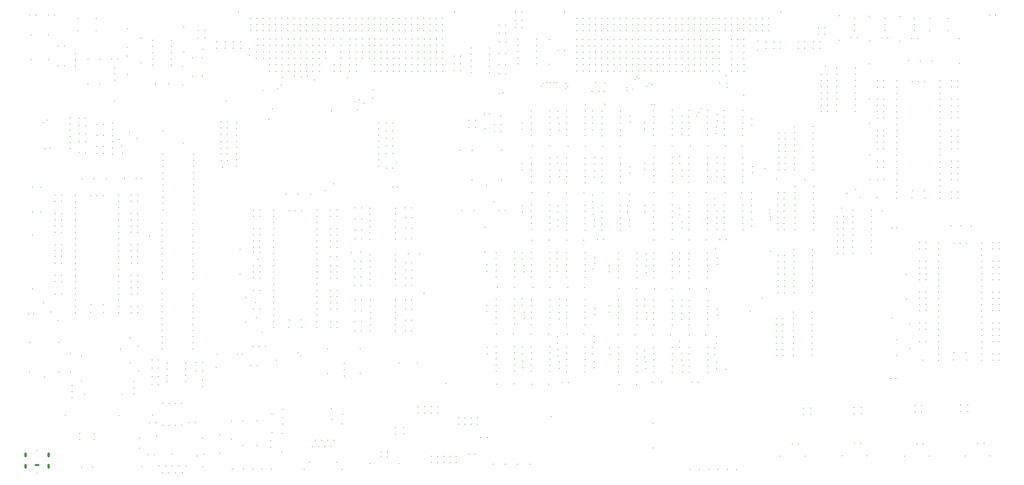
<source format=gbo>
%TF.GenerationSoftware,KiCad,Pcbnew,7.0.5*%
%TF.CreationDate,2025-02-05T20:13:33-05:00*%
%TF.ProjectId,Interconnect,496e7465-7263-46f6-9e6e-6563742e6b69,1.1*%
%TF.SameCoordinates,Original*%
%TF.FileFunction,Legend,Bot*%
%TF.FilePolarity,Positive*%
%FSLAX46Y46*%
G04 Gerber Fmt 4.6, Leading zero omitted, Abs format (unit mm)*
G04 Created by KiCad (PCBNEW 7.0.5) date 2025-02-05 20:13:33*
%MOMM*%
%LPD*%
G01*
G04 APERTURE LIST*
%ADD10C,0.120000*%
%ADD11C,0.350000*%
%ADD12O,2.005555X0.800000*%
%ADD13O,1.000000X2.000000*%
G04 APERTURE END LIST*
D10*
%TO.C,J23*%
X100461100Y-213433000D02*
G75*
G03*
X100461100Y-213433000I-381000J0D01*
G01*
%TD*%
D11*
X24979400Y-81472535D03*
X23709400Y-70042535D03*
X54737000Y-83568135D03*
X60706000Y-77599135D03*
X85343482Y-207998000D03*
X207350000Y-103650000D03*
X93750000Y-166210000D03*
X133477000Y-53469135D03*
X130683000Y-51691135D03*
X137895600Y-98933000D03*
X128143000Y-52199135D03*
X120523000Y-52453135D03*
X119998818Y-55517317D03*
X118370000Y-57030000D03*
X22947400Y-81726535D03*
X22128848Y-71115087D03*
X57531000Y-75059135D03*
X53213000Y-77980135D03*
X271145000Y-54739135D03*
X291465000Y-66804135D03*
X303149000Y-56517135D03*
X147193000Y-52707135D03*
X273431000Y-63681124D03*
X150000000Y-62480000D03*
X151230000Y-65780000D03*
X236855000Y-57152135D03*
X152070000Y-61640000D03*
X244983000Y-63629135D03*
X153970000Y-63150000D03*
X252984000Y-63502135D03*
X266954000Y-52961135D03*
X272288000Y-55374135D03*
X290703000Y-68201135D03*
X300101000Y-54866135D03*
X230505000Y-54612135D03*
X252857000Y-54866135D03*
X264287000Y-57279135D03*
X270200000Y-56150000D03*
X303022000Y-54739135D03*
X292481000Y-65280135D03*
X272299980Y-63681124D03*
X229235000Y-54358135D03*
X249174000Y-54485135D03*
X310007000Y-59692135D03*
X157669500Y-57560000D03*
X157590000Y-60970000D03*
X265303000Y-53342135D03*
X114910000Y-69690000D03*
X53980000Y-164050000D03*
X141550000Y-96150000D03*
X79630000Y-79390000D03*
X126847600Y-165582600D03*
X128092200Y-166979600D03*
X75044000Y-207294000D03*
X67932000Y-207548000D03*
X68694000Y-199928000D03*
X226822000Y-56009135D03*
X227457000Y-54993135D03*
X237617000Y-56263135D03*
X232029000Y-54612135D03*
X236855000Y-54866135D03*
X233299000Y-54485135D03*
X266192000Y-52199135D03*
X247650000Y-58170155D03*
X262088469Y-56644135D03*
X250571000Y-58170155D03*
X320931020Y-123954135D03*
X248158000Y-131193135D03*
X320675000Y-108333135D03*
X318643000Y-89918135D03*
X320929000Y-109730135D03*
X323469000Y-94236135D03*
X320931020Y-111000135D03*
X211074000Y-58803135D03*
X209550000Y-59184135D03*
X335155020Y-94490135D03*
X320681167Y-106802968D03*
X317754000Y-143004135D03*
X302768000Y-172341135D03*
X312674000Y-148465135D03*
X298323000Y-122684135D03*
X262088469Y-57787135D03*
X252730000Y-58170155D03*
X125349000Y-51945135D03*
X95780000Y-89500000D03*
X54356000Y-80520135D03*
X135509000Y-49943135D03*
X135509000Y-47343135D03*
X191830000Y-208197500D03*
X191830000Y-210737500D03*
X189290000Y-208197500D03*
X189290000Y-210737500D03*
X186750000Y-208197500D03*
X186750000Y-210737500D03*
X184210000Y-208197500D03*
X184210000Y-210737500D03*
X181670000Y-208197500D03*
X181670000Y-210737500D03*
X289687000Y-36929135D03*
X289687000Y-39529135D03*
X382270000Y-120319800D03*
X384870000Y-120319800D03*
X327070000Y-80266135D03*
X324470000Y-80266135D03*
X261747000Y-47216135D03*
X261747000Y-49816135D03*
X173609000Y-49943135D03*
X173609000Y-47343135D03*
X383519200Y-168656000D03*
X168529000Y-44609135D03*
X168529000Y-42009135D03*
X142920744Y-147605879D03*
X140320744Y-147605879D03*
X29591000Y-136391135D03*
X26991000Y-136391135D03*
X51580000Y-62120000D03*
X97300000Y-62120000D03*
X398022600Y-66649600D03*
X395422600Y-66649600D03*
X109743744Y-151161879D03*
X355869000Y-66408135D03*
X355869000Y-63868135D03*
X355869000Y-61328135D03*
X355869000Y-58788135D03*
X355869000Y-56248135D03*
X355869000Y-53708135D03*
X355869000Y-51168135D03*
X355869000Y-48628135D03*
X348249000Y-48628135D03*
X348249000Y-51168135D03*
X348249000Y-53708135D03*
X348249000Y-56248135D03*
X348249000Y-58788135D03*
X348249000Y-61328135D03*
X348249000Y-63868135D03*
X348249000Y-66408135D03*
X247777000Y-66169135D03*
X247777000Y-68769135D03*
X264287000Y-47216135D03*
X264287000Y-49816135D03*
X178689000Y-39275135D03*
X178689000Y-36675135D03*
X374142000Y-27434135D03*
X374142000Y-37594135D03*
X284605587Y-36929135D03*
X284605587Y-39529135D03*
X230378000Y-95644895D03*
X230378000Y-93104895D03*
X230378000Y-90564895D03*
X230378000Y-88024895D03*
X230378000Y-85484895D03*
X222758000Y-85484895D03*
X222758000Y-88024895D03*
X222758000Y-90564895D03*
X222758000Y-93104895D03*
X222758000Y-95644895D03*
X218851000Y-25529135D03*
X216251000Y-25529135D03*
X280693300Y-173649895D03*
X280693300Y-171109895D03*
X280693300Y-168569895D03*
X280693300Y-166029895D03*
X280693300Y-163489895D03*
X273073300Y-163489895D03*
X273073300Y-166029895D03*
X273073300Y-168569895D03*
X273073300Y-171109895D03*
X273073300Y-173649895D03*
X50673000Y-71249135D03*
X50673000Y-73789135D03*
X50673000Y-76329135D03*
X50673000Y-78869135D03*
X50673000Y-81409135D03*
X50673000Y-83949135D03*
X101600000Y-71120000D03*
X101600000Y-73660000D03*
X101600000Y-76200000D03*
X101600000Y-78740000D03*
X101600000Y-81280000D03*
X101600000Y-83820000D03*
X101600000Y-86360000D03*
X101600000Y-88900000D03*
X246530190Y-42039135D03*
X246530190Y-44639135D03*
X244856000Y-115129615D03*
X244856000Y-112589615D03*
X244856000Y-110049615D03*
X244856000Y-107509615D03*
X244856000Y-104969615D03*
X237236000Y-104969615D03*
X237236000Y-107509615D03*
X237236000Y-110049615D03*
X237236000Y-112589615D03*
X237236000Y-115129615D03*
X60960000Y-113531135D03*
X58360000Y-113531135D03*
X60960000Y-116080135D03*
X58360000Y-116080135D03*
X234188000Y-171995135D03*
X234188000Y-169395135D03*
X163449000Y-49943135D03*
X163449000Y-47343135D03*
X334531000Y-188369000D03*
X334531000Y-190969000D03*
X142920744Y-109505879D03*
X140320744Y-109505879D03*
X150137278Y-127988880D03*
X152737278Y-127988880D03*
X414969000Y-168656000D03*
X412369000Y-168656000D03*
X272618200Y-158294935D03*
X378236000Y-163830000D03*
X378236000Y-153670000D03*
X73800000Y-55100000D03*
X150391278Y-110652391D03*
X152991278Y-110652391D03*
X246484422Y-36929135D03*
X246484422Y-39529135D03*
X259191477Y-36929135D03*
X259191477Y-39529135D03*
X35407600Y-47828200D03*
X35407600Y-45288200D03*
X35407600Y-42748200D03*
X219187000Y-169141135D03*
X219187000Y-171741135D03*
X307100000Y-213480000D03*
X303290000Y-213480000D03*
X299480000Y-213480000D03*
X295670000Y-213480000D03*
X291860000Y-213480000D03*
X288050000Y-213480000D03*
X197201000Y-70106135D03*
X199801000Y-70106135D03*
X230150000Y-47080000D03*
X230150000Y-36920000D03*
X112649000Y-44609135D03*
X112649000Y-42009135D03*
X265379200Y-158162455D03*
X115189000Y-44609135D03*
X115189000Y-42009135D03*
X289691405Y-42039135D03*
X289691405Y-44639135D03*
X141351000Y-39275135D03*
X141351000Y-36675135D03*
X44293000Y-71868135D03*
X46893000Y-71868135D03*
X40550000Y-45090000D03*
X40550000Y-55250000D03*
X208508600Y-157883055D03*
X109728000Y-44482135D03*
X109728000Y-41882135D03*
X384819200Y-155956000D03*
X382219200Y-155956000D03*
X69499000Y-178691135D03*
X66899000Y-178691135D03*
X79375000Y-48006000D03*
X79375000Y-55626000D03*
X327070000Y-75186135D03*
X324470000Y-75186135D03*
X414969000Y-143256000D03*
X412369000Y-143256000D03*
X368025000Y-33274000D03*
X368025000Y-30734000D03*
X368025000Y-28194000D03*
X178689000Y-44609135D03*
X178689000Y-42009135D03*
X414969000Y-145796000D03*
X412369000Y-145796000D03*
X106807000Y-43212135D03*
X106807000Y-40612135D03*
X326039000Y-166753135D03*
X323439000Y-166753135D03*
X142920744Y-152685879D03*
X140320744Y-152685879D03*
X364942600Y-53848000D03*
X367542600Y-53848000D03*
X256650066Y-36929135D03*
X256650066Y-39529135D03*
X126873000Y-100459135D03*
X252095000Y-99976535D03*
X52680000Y-44930000D03*
X50080000Y-44930000D03*
X26991000Y-133860135D03*
X29591000Y-133860135D03*
X295198800Y-80601415D03*
X361630000Y-61320000D03*
X361630000Y-71480000D03*
X395097000Y-113538000D03*
X173595278Y-131671880D03*
X170995278Y-131671880D03*
X187553600Y-178333400D03*
X176149000Y-39275135D03*
X176149000Y-36675135D03*
X25349200Y-148793200D03*
X219075000Y-105285135D03*
X219075000Y-107885135D03*
X57860000Y-169750000D03*
X57860000Y-159590000D03*
X130429000Y-44609135D03*
X130429000Y-42009135D03*
X222885000Y-178511895D03*
X200533000Y-192377135D03*
X200533000Y-194977135D03*
X326659000Y-109999135D03*
X324059000Y-109999135D03*
X266815710Y-36929135D03*
X266815710Y-39529135D03*
X414969000Y-158496000D03*
X412369000Y-158496000D03*
X295156300Y-95638615D03*
X295156300Y-93098615D03*
X295156300Y-90558615D03*
X295156300Y-88018615D03*
X295156300Y-85478615D03*
X287536300Y-85478615D03*
X287536300Y-88018615D03*
X287536300Y-90558615D03*
X287536300Y-93098615D03*
X287536300Y-95638615D03*
X193548000Y-82425135D03*
X102020401Y-166245135D03*
X104020401Y-166245135D03*
X273227800Y-119249655D03*
X142920744Y-132365879D03*
X140320744Y-132365879D03*
X79880000Y-31830000D03*
X79880000Y-41990000D03*
X244906800Y-80740175D03*
X150261278Y-152817880D03*
X152861278Y-152817880D03*
X310007000Y-42136135D03*
X310007000Y-44736135D03*
X279522765Y-36929135D03*
X279522765Y-39529135D03*
X298846000Y-169454415D03*
X298846000Y-172054415D03*
X110333000Y-127189135D03*
X283718000Y-85080375D03*
X283718000Y-87680375D03*
X248793000Y-126406415D03*
X248793000Y-129006415D03*
X338687830Y-40418135D03*
X338687830Y-37818135D03*
X377672600Y-45491400D03*
X398022600Y-92049600D03*
X395422600Y-92049600D03*
X120250000Y-198800000D03*
X120250000Y-206420000D03*
X150391278Y-118780391D03*
X152991278Y-118780391D03*
X282064176Y-36929135D03*
X282064176Y-39529135D03*
X117980000Y-168620000D03*
X186309000Y-39275135D03*
X186309000Y-36675135D03*
X241477800Y-28145335D03*
X244017800Y-28145335D03*
X246557800Y-28145335D03*
X249097800Y-28145335D03*
X251637800Y-28145335D03*
X254177800Y-28145335D03*
X256717800Y-28145335D03*
X259257800Y-28145335D03*
X261797800Y-28145335D03*
X264337800Y-28145335D03*
X266877800Y-28145335D03*
X269417800Y-28145335D03*
X271957800Y-28145335D03*
X274497800Y-28145335D03*
X277037800Y-28145335D03*
X279577800Y-28145335D03*
X282117800Y-28145335D03*
X284657800Y-28145335D03*
X287197800Y-28145335D03*
X289737800Y-28145335D03*
X292277800Y-28145335D03*
X294817800Y-28145335D03*
X297357800Y-28145335D03*
X299897800Y-28145335D03*
X302437800Y-28145335D03*
X304977800Y-28145335D03*
X307517800Y-28145335D03*
X310057800Y-28145335D03*
X312597800Y-28145335D03*
X315137800Y-28145335D03*
X317677800Y-28145335D03*
X320217800Y-28145335D03*
X241477800Y-30685335D03*
X244017800Y-30685335D03*
X246557800Y-30685335D03*
X249097800Y-30685335D03*
X251637800Y-30685335D03*
X254177800Y-30685335D03*
X256717800Y-30685335D03*
X259257800Y-30685335D03*
X261797800Y-30685335D03*
X264337800Y-30685335D03*
X266877800Y-30685335D03*
X269417800Y-30685335D03*
X271957800Y-30685335D03*
X274497800Y-30685335D03*
X277037800Y-30685335D03*
X279577800Y-30685335D03*
X282117800Y-30685335D03*
X284657800Y-30685335D03*
X287197800Y-30685335D03*
X289737800Y-30685335D03*
X292277800Y-30685335D03*
X294817800Y-30685335D03*
X297357800Y-30685335D03*
X299897800Y-30685335D03*
X302437800Y-30685335D03*
X304977800Y-30685335D03*
X307517800Y-30685335D03*
X310057800Y-30685335D03*
X312597800Y-30685335D03*
X315137800Y-30685335D03*
X317677800Y-30685335D03*
X320217800Y-30685335D03*
X241477800Y-33225335D03*
X244017800Y-33225335D03*
X246557800Y-33225335D03*
X249097800Y-33225335D03*
X251637800Y-33225335D03*
X254177800Y-33225335D03*
X256717800Y-33225335D03*
X259257800Y-33225335D03*
X261797800Y-33225335D03*
X264337800Y-33225335D03*
X266877800Y-33225335D03*
X269417800Y-33225335D03*
X271957800Y-33225335D03*
X274497800Y-33225335D03*
X277037800Y-33225335D03*
X279577800Y-33225335D03*
X282117800Y-33225335D03*
X284657800Y-33225335D03*
X287197800Y-33225335D03*
X289737800Y-33225335D03*
X292277800Y-33225335D03*
X294817800Y-33225335D03*
X297357800Y-33225335D03*
X299897800Y-33225335D03*
X302437800Y-33225335D03*
X304977800Y-33225335D03*
X307517800Y-33225335D03*
X310057800Y-33225335D03*
X312597800Y-33225335D03*
X315137800Y-33225335D03*
X317677800Y-33225335D03*
X320217800Y-33225335D03*
X236397800Y-25605335D03*
X325297800Y-25605335D03*
X248143000Y-108709855D03*
X248143000Y-106109855D03*
X313182000Y-102521135D03*
X313182000Y-99921135D03*
X150261278Y-148372880D03*
X152861278Y-148372880D03*
X204640000Y-200480000D03*
X202040000Y-200480000D03*
X251567244Y-36929135D03*
X251567244Y-39529135D03*
X135509000Y-39275135D03*
X135509000Y-36675135D03*
X367542600Y-81788000D03*
X364942600Y-81788000D03*
X326039000Y-159133135D03*
X323439000Y-159133135D03*
X244871000Y-173451415D03*
X244871000Y-170911415D03*
X244871000Y-168371415D03*
X244871000Y-165831415D03*
X244871000Y-163291415D03*
X237251000Y-163291415D03*
X237251000Y-165831415D03*
X237251000Y-168371415D03*
X237251000Y-170911415D03*
X237251000Y-173451415D03*
X344454000Y-66423135D03*
X341854000Y-66423135D03*
X166898278Y-143927880D03*
X166898278Y-146467880D03*
X166898278Y-149007880D03*
X166898278Y-151547880D03*
X166898278Y-154087880D03*
X166898278Y-156627880D03*
X165989000Y-49943135D03*
X165989000Y-47343135D03*
X142920744Y-134905879D03*
X140320744Y-134905879D03*
X127889000Y-49943135D03*
X127889000Y-47343135D03*
X351043000Y-119748135D03*
X348443000Y-119748135D03*
X261732888Y-36929135D03*
X261732888Y-39529135D03*
X88413482Y-207338000D03*
X65820000Y-194400000D03*
X68420000Y-194400000D03*
X383032000Y-187297135D03*
X383032000Y-189897135D03*
X256685770Y-42039135D03*
X256685770Y-44639135D03*
X131953000Y-100459135D03*
X173595278Y-134973880D03*
X170995278Y-134973880D03*
X222605600Y-158015535D03*
X116126000Y-190870000D03*
X116126000Y-198490000D03*
X183769000Y-49943135D03*
X183769000Y-47343135D03*
X95210000Y-78860000D03*
X97810000Y-78860000D03*
X259350600Y-115195615D03*
X259350600Y-112655615D03*
X259350600Y-110115615D03*
X259350600Y-107575615D03*
X259350600Y-105035615D03*
X251730600Y-105035615D03*
X251730600Y-107575615D03*
X251730600Y-110115615D03*
X251730600Y-112655615D03*
X251730600Y-115195615D03*
X60960000Y-110991135D03*
X58360000Y-110991135D03*
X137795000Y-39275135D03*
X137795000Y-36675135D03*
X71323200Y-74396600D03*
X17100000Y-35010000D03*
X17100000Y-45170000D03*
X376830000Y-133450000D03*
X376830000Y-143610000D03*
X299847000Y-42039135D03*
X299847000Y-44639135D03*
X160909000Y-49943135D03*
X160909000Y-47343135D03*
X351058000Y-109588135D03*
X348458000Y-109588135D03*
X60960000Y-136400135D03*
X58360000Y-136400135D03*
X142920744Y-129825879D03*
X140320744Y-129825879D03*
X181229000Y-49943135D03*
X181229000Y-47343135D03*
X276996930Y-42039135D03*
X276996930Y-44639135D03*
X284607000Y-93141375D03*
X284607000Y-90541375D03*
X150391278Y-115097391D03*
X152991278Y-115097391D03*
X364942600Y-64008000D03*
X367542600Y-64008000D03*
X337579000Y-188369000D03*
X337579000Y-190969000D03*
X243991295Y-42039135D03*
X243991295Y-44639135D03*
X414969000Y-155956000D03*
X412369000Y-155956000D03*
X132969000Y-44609135D03*
X132969000Y-42009135D03*
X173592278Y-156627880D03*
X170992278Y-156627880D03*
X125349000Y-49943135D03*
X125349000Y-47343135D03*
X284622000Y-143800415D03*
X284622000Y-146400415D03*
X131445000Y-210491000D03*
X142875000Y-210491000D03*
X132715000Y-204141000D03*
X133985000Y-201601000D03*
X135255000Y-204141000D03*
X136525000Y-201601000D03*
X137795000Y-204141000D03*
X139065000Y-201601000D03*
X140335000Y-204141000D03*
X141605000Y-201601000D03*
X129390000Y-213541000D03*
X144930000Y-213541000D03*
X299847000Y-36929135D03*
X299847000Y-39529135D03*
X271907000Y-42039135D03*
X271907000Y-44639135D03*
X241401600Y-36929135D03*
X241401600Y-39529135D03*
X60960000Y-126240135D03*
X58360000Y-126240135D03*
X291233000Y-177689135D03*
X288633000Y-177689135D03*
X60349000Y-93855135D03*
X62349000Y-93855135D03*
X212150000Y-47246135D03*
X209550000Y-47246135D03*
X195453000Y-192377135D03*
X195453000Y-194977135D03*
X262255000Y-105290615D03*
X262255000Y-107890615D03*
X298958000Y-93395375D03*
X298958000Y-90795375D03*
X367542600Y-74168000D03*
X364942600Y-74168000D03*
X148550000Y-124350000D03*
X283606000Y-132435895D03*
X283606000Y-129835895D03*
X97890000Y-86570000D03*
X95290000Y-86570000D03*
X117729000Y-49943135D03*
X117729000Y-47343135D03*
X414969000Y-161036000D03*
X412369000Y-161036000D03*
X269255000Y-143673415D03*
X269255000Y-146273415D03*
X299100000Y-150210415D03*
X299100000Y-147610415D03*
X313563000Y-91617375D03*
X313563000Y-89017375D03*
X264302455Y-42039135D03*
X264302455Y-44639135D03*
X241427000Y-47216135D03*
X241427000Y-49816135D03*
X165867401Y-97560000D03*
X167867401Y-97560000D03*
X237794800Y-80740175D03*
X135509000Y-44609135D03*
X135509000Y-42009135D03*
X197201000Y-73027135D03*
X199801000Y-73027135D03*
X130429000Y-39275135D03*
X130429000Y-36675135D03*
X315722000Y-41277135D03*
X204373000Y-96679135D03*
X210373000Y-94679135D03*
X210373000Y-82479135D03*
X198373000Y-82479135D03*
X198373000Y-94679135D03*
X295179600Y-154231655D03*
X295179600Y-151691655D03*
X295179600Y-149151655D03*
X295179600Y-146611655D03*
X295179600Y-144071655D03*
X287559600Y-144071655D03*
X287559600Y-146611655D03*
X287559600Y-149151655D03*
X287559600Y-151691655D03*
X287559600Y-154231655D03*
X397941800Y-94513400D03*
X395341800Y-94513400D03*
X263271000Y-91756135D03*
X263271000Y-89156135D03*
X60960000Y-123691135D03*
X58360000Y-123691135D03*
X94663000Y-199252000D03*
X94663000Y-206872000D03*
X366903000Y-107317135D03*
X280693300Y-134813415D03*
X280693300Y-132273415D03*
X280693300Y-129733415D03*
X280693300Y-127193415D03*
X280693300Y-124653415D03*
X273073300Y-124653415D03*
X273073300Y-127193415D03*
X273073300Y-129733415D03*
X273073300Y-132273415D03*
X273073300Y-134813415D03*
X96901000Y-40418135D03*
X96901000Y-37818135D03*
X298958000Y-114985375D03*
X298958000Y-112385375D03*
X108570744Y-119665879D03*
X111170744Y-119665879D03*
X168529000Y-39275135D03*
X168529000Y-36675135D03*
X33350200Y-165912800D03*
X33350200Y-173532800D03*
X218948000Y-87886135D03*
X218948000Y-90486135D03*
X109347000Y-145036135D03*
X125349000Y-39275135D03*
X125349000Y-36675135D03*
X142920744Y-106965879D03*
X140320744Y-106965879D03*
X107442000Y-28145335D03*
X109982000Y-28145335D03*
X112522000Y-28145335D03*
X115062000Y-28145335D03*
X117602000Y-28145335D03*
X120142000Y-28145335D03*
X122682000Y-28145335D03*
X125222000Y-28145335D03*
X127762000Y-28145335D03*
X130302000Y-28145335D03*
X132842000Y-28145335D03*
X135382000Y-28145335D03*
X137922000Y-28145335D03*
X140462000Y-28145335D03*
X143002000Y-28145335D03*
X145542000Y-28145335D03*
X148082000Y-28145335D03*
X150622000Y-28145335D03*
X153162000Y-28145335D03*
X155702000Y-28145335D03*
X158242000Y-28145335D03*
X160782000Y-28145335D03*
X163322000Y-28145335D03*
X165862000Y-28145335D03*
X168402000Y-28145335D03*
X170942000Y-28145335D03*
X173482000Y-28145335D03*
X176022000Y-28145335D03*
X178562000Y-28145335D03*
X181102000Y-28145335D03*
X183642000Y-28145335D03*
X186182000Y-28145335D03*
X107442000Y-30685335D03*
X109982000Y-30685335D03*
X112522000Y-30685335D03*
X115062000Y-30685335D03*
X117602000Y-30685335D03*
X120142000Y-30685335D03*
X122682000Y-30685335D03*
X125222000Y-30685335D03*
X127762000Y-30685335D03*
X130302000Y-30685335D03*
X132842000Y-30685335D03*
X135382000Y-30685335D03*
X137922000Y-30685335D03*
X140462000Y-30685335D03*
X143002000Y-30685335D03*
X145542000Y-30685335D03*
X148082000Y-30685335D03*
X150622000Y-30685335D03*
X153162000Y-30685335D03*
X155702000Y-30685335D03*
X158242000Y-30685335D03*
X160782000Y-30685335D03*
X163322000Y-30685335D03*
X165862000Y-30685335D03*
X168402000Y-30685335D03*
X170942000Y-30685335D03*
X173482000Y-30685335D03*
X176022000Y-30685335D03*
X178562000Y-30685335D03*
X181102000Y-30685335D03*
X183642000Y-30685335D03*
X186182000Y-30685335D03*
X107442000Y-33225335D03*
X109982000Y-33225335D03*
X112522000Y-33225335D03*
X115062000Y-33225335D03*
X117602000Y-33225335D03*
X120142000Y-33225335D03*
X122682000Y-33225335D03*
X125222000Y-33225335D03*
X127762000Y-33225335D03*
X130302000Y-33225335D03*
X132842000Y-33225335D03*
X135382000Y-33225335D03*
X137922000Y-33225335D03*
X140462000Y-33225335D03*
X143002000Y-33225335D03*
X145542000Y-33225335D03*
X148082000Y-33225335D03*
X150622000Y-33225335D03*
X153162000Y-33225335D03*
X155702000Y-33225335D03*
X158242000Y-33225335D03*
X160782000Y-33225335D03*
X163322000Y-33225335D03*
X165862000Y-33225335D03*
X168402000Y-33225335D03*
X170942000Y-33225335D03*
X173482000Y-33225335D03*
X176022000Y-33225335D03*
X178562000Y-33225335D03*
X181102000Y-33225335D03*
X183642000Y-33225335D03*
X186182000Y-33225335D03*
X102362000Y-25605335D03*
X191262000Y-25605335D03*
X210215000Y-74678135D03*
X207615000Y-74678135D03*
X233426000Y-85219135D03*
X233426000Y-87819135D03*
X234188000Y-151739415D03*
X234188000Y-149139415D03*
X254904000Y-163739415D03*
X254904000Y-166339415D03*
X152700000Y-124200000D03*
X274439943Y-36929135D03*
X274439943Y-39529135D03*
X60960000Y-100840135D03*
X58360000Y-100840135D03*
X56769000Y-43690135D03*
X56769000Y-51310135D03*
X233800000Y-41400000D03*
X236400000Y-41400000D03*
X218851000Y-32006135D03*
X216251000Y-32006135D03*
X176850000Y-124950000D03*
X284613615Y-42039135D03*
X284613615Y-44639135D03*
X66899000Y-171833135D03*
X69499000Y-171833135D03*
X28117800Y-152323800D03*
X108570744Y-106965879D03*
X111170744Y-106965879D03*
X28291000Y-47627135D03*
X30891000Y-47627135D03*
X166865778Y-125258880D03*
X166865778Y-127798880D03*
X166865778Y-130338880D03*
X166865778Y-132878880D03*
X166865778Y-135418880D03*
X166865778Y-137958880D03*
X344454000Y-53723135D03*
X341854000Y-53723135D03*
X222935800Y-119388415D03*
X340741000Y-34703135D03*
X340741000Y-32103135D03*
X402040000Y-187130000D03*
X402040000Y-189730000D03*
X132969000Y-49943135D03*
X132969000Y-47343135D03*
X398073400Y-64160400D03*
X395473400Y-64160400D03*
X372999000Y-166751000D03*
X83739000Y-141182635D03*
X83739000Y-143722635D03*
X83739000Y-146262635D03*
X83739000Y-148802635D03*
X83739000Y-151342635D03*
X83739000Y-153882635D03*
X83739000Y-156422635D03*
X83739000Y-158962635D03*
X83739000Y-161502635D03*
X83739000Y-164042635D03*
X219837000Y-151485415D03*
X219837000Y-148885415D03*
X39487400Y-72328535D03*
X36887400Y-72328535D03*
X380085600Y-33274000D03*
X380085600Y-30734000D03*
X380085600Y-28194000D03*
X269240000Y-73710375D03*
X269240000Y-71110375D03*
X230386300Y-134564415D03*
X230386300Y-132024415D03*
X230386300Y-129484415D03*
X230386300Y-126944415D03*
X230386300Y-124404415D03*
X222766300Y-124404415D03*
X222766300Y-126944415D03*
X222766300Y-129484415D03*
X222766300Y-132024415D03*
X222766300Y-134564415D03*
X108570744Y-139985879D03*
X111170744Y-139985879D03*
X234315000Y-143551415D03*
X234315000Y-146151415D03*
X414969000Y-128016000D03*
X412369000Y-128016000D03*
X62681000Y-212427669D03*
X87681000Y-212427669D03*
X80721000Y-212127669D03*
X77951000Y-212127669D03*
X75181000Y-212127669D03*
X72411000Y-212127669D03*
X69641000Y-212127669D03*
X79336000Y-214967669D03*
X76566000Y-214967669D03*
X73796000Y-214967669D03*
X71026000Y-214967669D03*
X397971800Y-81813400D03*
X395371800Y-81813400D03*
X280492200Y-139270335D03*
X288086800Y-80601415D03*
X97820000Y-83960000D03*
X95220000Y-83960000D03*
X184277000Y-187805135D03*
X184277000Y-190405135D03*
X380520000Y-187280000D03*
X380520000Y-189880000D03*
X234315000Y-93280135D03*
X234315000Y-90680135D03*
X343408000Y-34703135D03*
X343408000Y-32103135D03*
X272733000Y-194549135D03*
X272733000Y-204709135D03*
X233665000Y-110935855D03*
X233665000Y-113535855D03*
X384840000Y-160909000D03*
X382240000Y-160909000D03*
X304927000Y-39529135D03*
X304927000Y-36929135D03*
X298846000Y-161645895D03*
X298846000Y-159045895D03*
X216250000Y-29000000D03*
X218850000Y-29000000D03*
X327070000Y-90411135D03*
X324470000Y-90411135D03*
X105283000Y-153037135D03*
X105283000Y-142877135D03*
X127889000Y-44609135D03*
X127889000Y-42009135D03*
X78943000Y-186445000D03*
X76403000Y-186445000D03*
X73863000Y-186445000D03*
X71323000Y-186445000D03*
X147955000Y-44609135D03*
X147955000Y-42009135D03*
X173595278Y-138021880D03*
X170995278Y-138021880D03*
X398627600Y-36525200D03*
X398627600Y-46685200D03*
X29591000Y-141471135D03*
X26991000Y-141471135D03*
X230378000Y-173334895D03*
X230378000Y-170794895D03*
X230378000Y-168254895D03*
X230378000Y-165714895D03*
X230378000Y-163174895D03*
X222758000Y-163174895D03*
X222758000Y-165714895D03*
X222758000Y-168254895D03*
X222758000Y-170794895D03*
X222758000Y-173334895D03*
X361569000Y-46863000D03*
X244856000Y-134622135D03*
X244856000Y-132082135D03*
X244856000Y-129542135D03*
X244856000Y-127002135D03*
X244856000Y-124462135D03*
X237236000Y-124462135D03*
X237236000Y-127002135D03*
X237236000Y-129542135D03*
X237236000Y-132082135D03*
X237236000Y-134622135D03*
X322453000Y-37945135D03*
X322453000Y-40545135D03*
X247777000Y-163495895D03*
X247777000Y-166095895D03*
X367542600Y-69164200D03*
X364942600Y-69164200D03*
X326547000Y-112524135D03*
X323947000Y-112524135D03*
X87744000Y-200690000D03*
X310134000Y-47216135D03*
X310134000Y-49816135D03*
X224854500Y-46860135D03*
X224854500Y-44320135D03*
X224854500Y-41780135D03*
X224854500Y-39240135D03*
X224854500Y-36700135D03*
X217234500Y-36700135D03*
X217234500Y-39240135D03*
X217234500Y-41780135D03*
X217234500Y-44320135D03*
X217234500Y-46860135D03*
X326801000Y-140972135D03*
X324201000Y-140972135D03*
X356773000Y-36070135D03*
X354173000Y-36070135D03*
X46992200Y-149011135D03*
X46692200Y-145981135D03*
X41842200Y-145981135D03*
X41542200Y-149011135D03*
X53157200Y-149141135D03*
X53157200Y-146601135D03*
X53157200Y-144061135D03*
X53157200Y-141521135D03*
X53157200Y-138981135D03*
X53157200Y-136441135D03*
X53157200Y-133901135D03*
X53157200Y-131361135D03*
X53157200Y-128821135D03*
X53157200Y-126281135D03*
X53157200Y-123741135D03*
X53157200Y-121201135D03*
X53157200Y-118661135D03*
X53157200Y-116121135D03*
X53157200Y-113581135D03*
X53157200Y-111041135D03*
X53157200Y-108501135D03*
X53157200Y-105961135D03*
X53157200Y-103421135D03*
X53157200Y-100881135D03*
X35377200Y-100881135D03*
X35377200Y-103421135D03*
X35377200Y-105961135D03*
X35377200Y-108501135D03*
X35377200Y-111041135D03*
X35377200Y-113581135D03*
X35377200Y-116121135D03*
X35377200Y-118661135D03*
X35377200Y-121201135D03*
X35377200Y-123741135D03*
X35377200Y-126281135D03*
X35377200Y-128821135D03*
X35377200Y-131361135D03*
X35377200Y-133901135D03*
X35377200Y-136441135D03*
X35377200Y-138981135D03*
X35377200Y-141521135D03*
X35377200Y-144061135D03*
X35377200Y-146601135D03*
X35377200Y-149141135D03*
X46807200Y-101111135D03*
X44267200Y-101111135D03*
X41727200Y-101111135D03*
X279535825Y-42039135D03*
X279535825Y-44639135D03*
X183769000Y-39275135D03*
X183769000Y-36675135D03*
X297308090Y-42039135D03*
X297308090Y-44639135D03*
X349250000Y-27053135D03*
X349250000Y-37213135D03*
X397971800Y-69113400D03*
X395371800Y-69113400D03*
X100203000Y-40418135D03*
X100203000Y-37818135D03*
X197993000Y-192377135D03*
X197993000Y-194977135D03*
X229844600Y-158015535D03*
X299085000Y-85207375D03*
X299085000Y-87807375D03*
X244864300Y-95777375D03*
X244864300Y-93237375D03*
X244864300Y-90697375D03*
X244864300Y-88157375D03*
X244864300Y-85617375D03*
X237244300Y-85617375D03*
X237244300Y-88157375D03*
X237244300Y-90697375D03*
X237244300Y-93237375D03*
X237244300Y-95777375D03*
X215900000Y-153850175D03*
X215900000Y-151310175D03*
X215900000Y-148770175D03*
X215900000Y-146230175D03*
X215900000Y-143690175D03*
X208280000Y-143690175D03*
X208280000Y-146230175D03*
X208280000Y-148770175D03*
X208280000Y-151310175D03*
X208280000Y-153850175D03*
X39487400Y-78932535D03*
X36887400Y-78932535D03*
X367542600Y-89408000D03*
X364942600Y-89408000D03*
X56610000Y-32530000D03*
X56610000Y-40150000D03*
X208534000Y-178506415D03*
X173722278Y-110017391D03*
X171122278Y-110017391D03*
X350266000Y-106174135D03*
X88549000Y-36324135D03*
X85949000Y-36324135D03*
X266827000Y-49786135D03*
X266827000Y-47186135D03*
X310049332Y-36929135D03*
X310049332Y-39529135D03*
X176149000Y-49943135D03*
X176149000Y-47343135D03*
X66899000Y-168531135D03*
X69499000Y-168531135D03*
X156446022Y-106237135D03*
X156446022Y-108777135D03*
X156446022Y-111317135D03*
X156446022Y-113857135D03*
X156446022Y-116397135D03*
X156446022Y-118937135D03*
X313182000Y-105151855D03*
X313182000Y-107751855D03*
X142920744Y-117125879D03*
X140320744Y-117125879D03*
X95210000Y-75970000D03*
X97810000Y-75970000D03*
X230047800Y-119261415D03*
X233299000Y-132186895D03*
X233299000Y-129586895D03*
X344454000Y-56263135D03*
X341854000Y-56263135D03*
X46893000Y-83695135D03*
X44293000Y-83695135D03*
X263017000Y-103191615D03*
X263017000Y-100591615D03*
X127889000Y-39275135D03*
X127889000Y-36675135D03*
X30830000Y-39550000D03*
X28230000Y-39550000D03*
X37840000Y-177060000D03*
X37840000Y-166900000D03*
X352425000Y-100078135D03*
X244703600Y-138787735D03*
X144926480Y-190946980D03*
X351043000Y-114668135D03*
X348443000Y-114668135D03*
X283718000Y-106162375D03*
X283718000Y-108762375D03*
X326801000Y-125732135D03*
X324201000Y-125732135D03*
X29591000Y-125986135D03*
X26991000Y-125986135D03*
X248539000Y-171805415D03*
X248539000Y-169205415D03*
X298958000Y-110032375D03*
X298958000Y-107432375D03*
X173592278Y-152182880D03*
X170992278Y-152182880D03*
X61729000Y-204761669D03*
X212150000Y-30990135D03*
X209550000Y-30990135D03*
X309642600Y-76220375D03*
X309642600Y-73680375D03*
X309642600Y-71140375D03*
X309642600Y-68600375D03*
X309642600Y-66060375D03*
X302022600Y-66060375D03*
X302022600Y-68600375D03*
X302022600Y-71140375D03*
X302022600Y-73680375D03*
X302022600Y-76220375D03*
X364942600Y-56464200D03*
X367542600Y-56464200D03*
X29591000Y-116080135D03*
X26991000Y-116080135D03*
X280670000Y-99705295D03*
X230386300Y-153982655D03*
X230386300Y-151442655D03*
X230386300Y-148902655D03*
X230386300Y-146362655D03*
X230386300Y-143822655D03*
X222766300Y-143822655D03*
X222766300Y-146362655D03*
X222766300Y-148902655D03*
X222766300Y-151442655D03*
X222766300Y-153982655D03*
X364942600Y-86868000D03*
X367542600Y-86868000D03*
X45364400Y-45110400D03*
X45364400Y-55270400D03*
X355473000Y-33274000D03*
X355473000Y-30734000D03*
X355473000Y-28194000D03*
X287147000Y-36929135D03*
X287147000Y-39529135D03*
X138990000Y-174080000D03*
X138990000Y-163920000D03*
X280670000Y-114924375D03*
X280670000Y-112384375D03*
X280670000Y-109844375D03*
X280670000Y-107304375D03*
X280670000Y-104764375D03*
X273050000Y-104764375D03*
X273050000Y-107304375D03*
X273050000Y-109844375D03*
X273050000Y-112384375D03*
X273050000Y-114924375D03*
X382219200Y-122936000D03*
X384819200Y-122936000D03*
X115189000Y-39275135D03*
X115189000Y-36675135D03*
X205550500Y-50543135D03*
X205550500Y-48003135D03*
X205550500Y-45463135D03*
X205550500Y-42923135D03*
X205550500Y-40383135D03*
X197930500Y-40383135D03*
X197930500Y-42923135D03*
X197930500Y-45463135D03*
X197930500Y-48003135D03*
X197930500Y-50543135D03*
X121793000Y-100459135D03*
X150749000Y-44609135D03*
X150749000Y-42009135D03*
X158369000Y-44609135D03*
X158369000Y-42009135D03*
X191105000Y-46865135D03*
X193705000Y-46865135D03*
X237286800Y-119393895D03*
X298069000Y-104830855D03*
X298069000Y-102230855D03*
X248793000Y-85346135D03*
X248793000Y-87946135D03*
X205500000Y-67450000D03*
X203500000Y-67450000D03*
X110109000Y-39275135D03*
X110109000Y-36675135D03*
X283606000Y-163423895D03*
X283606000Y-160823895D03*
X263271000Y-68201135D03*
X263271000Y-70801135D03*
X215874600Y-138655255D03*
X256667000Y-47216135D03*
X256667000Y-49816135D03*
X351058000Y-124843135D03*
X348458000Y-124843135D03*
X173468278Y-106080391D03*
X170868278Y-106080391D03*
X173592278Y-147737880D03*
X170992278Y-147737880D03*
X297307000Y-49816135D03*
X297307000Y-47216135D03*
X414969000Y-140716000D03*
X412369000Y-140716000D03*
X341249000Y-40418135D03*
X341249000Y-37818135D03*
X302437800Y-80596335D03*
X247777000Y-73981615D03*
X247777000Y-71381615D03*
X284734000Y-47216135D03*
X284734000Y-49816135D03*
X215900000Y-173177895D03*
X215900000Y-170637895D03*
X215900000Y-168097895D03*
X215900000Y-165557895D03*
X215900000Y-163017895D03*
X208280000Y-163017895D03*
X208280000Y-165557895D03*
X208280000Y-168097895D03*
X208280000Y-170637895D03*
X208280000Y-173177895D03*
X108570744Y-134905879D03*
X111170744Y-134905879D03*
X140589000Y-66169135D03*
X142920744Y-126119135D03*
X140320744Y-126119135D03*
X61650000Y-200700000D03*
X384870000Y-143179800D03*
X382270000Y-143179800D03*
X167280000Y-87470000D03*
X171069000Y-49943135D03*
X171069000Y-47343135D03*
X144399000Y-44609135D03*
X144399000Y-42009135D03*
X150391278Y-106080391D03*
X152991278Y-106080391D03*
X274458035Y-42039135D03*
X274458035Y-44639135D03*
X279857200Y-158294935D03*
X362473000Y-124828135D03*
X362473000Y-122288135D03*
X362473000Y-119748135D03*
X362473000Y-117208135D03*
X362473000Y-114668135D03*
X362473000Y-112128135D03*
X362473000Y-109588135D03*
X362473000Y-107048135D03*
X354853000Y-107048135D03*
X354853000Y-109588135D03*
X354853000Y-112128135D03*
X354853000Y-114668135D03*
X354853000Y-117208135D03*
X354853000Y-119748135D03*
X354853000Y-122288135D03*
X354853000Y-124828135D03*
X343535000Y-47754135D03*
X335026000Y-37848135D03*
X335026000Y-40448135D03*
X60960000Y-149091135D03*
X58360000Y-149091135D03*
X87884000Y-40894000D03*
X158369000Y-49943135D03*
X158369000Y-47343135D03*
X71374000Y-83949135D03*
X71374000Y-86489135D03*
X71374000Y-89029135D03*
X71374000Y-91569135D03*
X71374000Y-94109135D03*
X71374000Y-96649135D03*
X71374000Y-99189135D03*
X71374000Y-101729135D03*
X71374000Y-104269135D03*
X71374000Y-106809135D03*
X108570744Y-122205879D03*
X111170744Y-122205879D03*
X104487000Y-213433000D03*
X108297000Y-213433000D03*
X112107000Y-213433000D03*
X115917000Y-213433000D03*
X246507000Y-47216135D03*
X246507000Y-49816135D03*
X398022600Y-99593400D03*
X395422600Y-99593400D03*
X44293000Y-76313135D03*
X46893000Y-76313135D03*
X74867500Y-47368135D03*
X74867500Y-44828135D03*
X74867500Y-42288135D03*
X74867500Y-39748135D03*
X74867500Y-37208135D03*
X67247500Y-37208135D03*
X67247500Y-39748135D03*
X67247500Y-42288135D03*
X67247500Y-44828135D03*
X67247500Y-47368135D03*
X29591000Y-121151135D03*
X26991000Y-121151135D03*
X229870000Y-99844055D03*
X103050000Y-123192135D03*
X103050000Y-133352135D03*
X215900000Y-134564415D03*
X215900000Y-132024415D03*
X215900000Y-129484415D03*
X215900000Y-126944415D03*
X215900000Y-124404415D03*
X208280000Y-124404415D03*
X208280000Y-126944415D03*
X208280000Y-129484415D03*
X208280000Y-132024415D03*
X208280000Y-134564415D03*
X248793000Y-149961415D03*
X248793000Y-147361415D03*
X24384000Y-45214135D03*
X24384000Y-35054135D03*
X287147000Y-49816135D03*
X287147000Y-47216135D03*
X112141000Y-157228135D03*
X249069085Y-42039135D03*
X249069085Y-44639135D03*
X295163000Y-134871135D03*
X295163000Y-132331135D03*
X295163000Y-129791135D03*
X295163000Y-127251135D03*
X295163000Y-124711135D03*
X287543000Y-124711135D03*
X287543000Y-127251135D03*
X287543000Y-129791135D03*
X287543000Y-132331135D03*
X287543000Y-134871135D03*
X26991000Y-100831135D03*
X29591000Y-100831135D03*
X332464834Y-37848135D03*
X332464834Y-40448135D03*
X160020000Y-71120000D03*
X160020000Y-73660000D03*
X160020000Y-76200000D03*
X160020000Y-78740000D03*
X160020000Y-81280000D03*
X160020000Y-83820000D03*
X160020000Y-86360000D03*
X160020000Y-88900000D03*
X384870000Y-140716000D03*
X382270000Y-140716000D03*
X282194000Y-47216135D03*
X282194000Y-49816135D03*
X233665000Y-166915135D03*
X233665000Y-164315135D03*
X87578000Y-169650135D03*
X84978000Y-169650135D03*
X144926480Y-194883980D03*
X163530000Y-206432500D03*
X161030000Y-206432500D03*
X161030000Y-208432500D03*
X163530000Y-208432500D03*
X168300000Y-211142500D03*
X156260000Y-211142500D03*
X125349000Y-44609135D03*
X125349000Y-42009135D03*
X60960000Y-128771135D03*
X58360000Y-128771135D03*
X381665000Y-36451135D03*
X379065000Y-36451135D03*
X302387000Y-99837775D03*
X171069000Y-39275135D03*
X171069000Y-36675135D03*
X263017000Y-113600135D03*
X263017000Y-111000135D03*
X280693300Y-154231655D03*
X280693300Y-151691655D03*
X280693300Y-149151655D03*
X280693300Y-146611655D03*
X280693300Y-144071655D03*
X273073300Y-144071655D03*
X273073300Y-146611655D03*
X273073300Y-149151655D03*
X273073300Y-151691655D03*
X273073300Y-154231655D03*
X108570744Y-109505879D03*
X111170744Y-109505879D03*
X17881600Y-139322600D03*
X17881600Y-117322600D03*
X153289000Y-39275135D03*
X153289000Y-36675135D03*
X251587000Y-49816135D03*
X251587000Y-47216135D03*
X414969000Y-122936000D03*
X412369000Y-122936000D03*
X193705000Y-43690135D03*
X191105000Y-43690135D03*
X266207000Y-173479135D03*
X266207000Y-170939135D03*
X266207000Y-168399135D03*
X266207000Y-165859135D03*
X266207000Y-163319135D03*
X258587000Y-163319135D03*
X258587000Y-165859135D03*
X258587000Y-168399135D03*
X258587000Y-170939135D03*
X258587000Y-173479135D03*
X156083000Y-44609135D03*
X156083000Y-42009135D03*
X93472000Y-40418135D03*
X93472000Y-37818135D03*
X259207000Y-47216135D03*
X259207000Y-49816135D03*
X364942600Y-61468000D03*
X367542600Y-61468000D03*
X299100000Y-126655415D03*
X299100000Y-129255415D03*
X233299000Y-124374415D03*
X233299000Y-126974415D03*
X112649000Y-39275135D03*
X112649000Y-36675135D03*
X292227000Y-36929135D03*
X292227000Y-39529135D03*
X287604200Y-158294935D03*
X398022600Y-74193400D03*
X395422600Y-74193400D03*
X210215000Y-71884135D03*
X207615000Y-71884135D03*
X259334000Y-76416855D03*
X259334000Y-73876855D03*
X259334000Y-71336855D03*
X259334000Y-68796855D03*
X259334000Y-66256855D03*
X251714000Y-66256855D03*
X251714000Y-68796855D03*
X251714000Y-71336855D03*
X251714000Y-73876855D03*
X251714000Y-76416855D03*
X233538000Y-161708135D03*
X233538000Y-159108135D03*
X384819200Y-135636000D03*
X382219200Y-135636000D03*
X313309000Y-72041135D03*
X313309000Y-69441135D03*
X282074720Y-42039135D03*
X282074720Y-44639135D03*
X44293000Y-80758135D03*
X46893000Y-80758135D03*
X230378000Y-76359135D03*
X230378000Y-73819135D03*
X230378000Y-71279135D03*
X230378000Y-68739135D03*
X230378000Y-66199135D03*
X222758000Y-66199135D03*
X222758000Y-68739135D03*
X222758000Y-71279135D03*
X222758000Y-73819135D03*
X222758000Y-76359135D03*
X223189800Y-80607695D03*
X215366600Y-157883055D03*
X254146875Y-42039135D03*
X254146875Y-44639135D03*
X248666000Y-93534135D03*
X248666000Y-90934135D03*
X122809000Y-44609135D03*
X122809000Y-42009135D03*
X326547000Y-107444135D03*
X323947000Y-107444135D03*
X138049000Y-44609135D03*
X138049000Y-42009135D03*
X284495000Y-151988415D03*
X284495000Y-149388415D03*
X150137278Y-138021880D03*
X152737278Y-138021880D03*
X381130000Y-203030000D03*
X383670000Y-203030000D03*
X376050000Y-208110000D03*
X386210000Y-208110000D03*
X163165000Y-80590000D03*
X165765000Y-80590000D03*
X397971800Y-102133400D03*
X395371800Y-102133400D03*
X83949000Y-83949135D03*
X83949000Y-86489135D03*
X83949000Y-89029135D03*
X83949000Y-91569135D03*
X83949000Y-94109135D03*
X83949000Y-96649135D03*
X83949000Y-99189135D03*
X83949000Y-101729135D03*
X83949000Y-104269135D03*
X83949000Y-106809135D03*
X218948000Y-73849135D03*
X218948000Y-71249135D03*
X181229000Y-39245135D03*
X181229000Y-36645135D03*
X173609000Y-44609135D03*
X173609000Y-42009135D03*
X266207000Y-154099175D03*
X266207000Y-151559175D03*
X266207000Y-149019175D03*
X266207000Y-146479175D03*
X266207000Y-143939175D03*
X258587000Y-143939175D03*
X258587000Y-146479175D03*
X258587000Y-149019175D03*
X258587000Y-151559175D03*
X258587000Y-154099175D03*
X355981000Y-98552000D03*
X351058000Y-112128135D03*
X348458000Y-112128135D03*
X269255000Y-164755415D03*
X269255000Y-167355415D03*
X259334000Y-95765615D03*
X259334000Y-93225615D03*
X259334000Y-90685615D03*
X259334000Y-88145615D03*
X259334000Y-85605615D03*
X251714000Y-85605615D03*
X251714000Y-88145615D03*
X251714000Y-90685615D03*
X251714000Y-93225615D03*
X251714000Y-95765615D03*
X327070000Y-85346135D03*
X324470000Y-85346135D03*
X326039000Y-151513135D03*
X323439000Y-151513135D03*
X203708000Y-73535135D03*
X307467000Y-47216135D03*
X307467000Y-49816135D03*
X215646000Y-178379415D03*
X199613000Y-207139135D03*
X197013000Y-207139135D03*
X398022600Y-79095600D03*
X395422600Y-79095600D03*
X209550000Y-50929135D03*
X212150000Y-50929135D03*
X410973000Y-26799135D03*
X413513000Y-26799135D03*
X367542600Y-79070200D03*
X364942600Y-79070200D03*
X254108655Y-36929135D03*
X254108655Y-39529135D03*
X273481800Y-80468935D03*
X294769195Y-42039135D03*
X294769195Y-44639135D03*
X209550000Y-34165135D03*
X212150000Y-34165135D03*
X84720000Y-194290000D03*
X82120000Y-194290000D03*
X150137278Y-134529880D03*
X152737278Y-134529880D03*
X150261278Y-143927880D03*
X152861278Y-143927880D03*
X266841350Y-42039135D03*
X266841350Y-44639135D03*
X414969000Y-166116000D03*
X412369000Y-166116000D03*
X71039000Y-141182635D03*
X71039000Y-143722635D03*
X71039000Y-146262635D03*
X71039000Y-148802635D03*
X71039000Y-151342635D03*
X71039000Y-153882635D03*
X71039000Y-156422635D03*
X71039000Y-158962635D03*
X71039000Y-161502635D03*
X71039000Y-164042635D03*
X111170744Y-129825879D03*
X108570744Y-129825879D03*
X223367600Y-138787735D03*
X280670000Y-95506135D03*
X280670000Y-92966135D03*
X280670000Y-90426135D03*
X280670000Y-87886135D03*
X280670000Y-85346135D03*
X273050000Y-85346135D03*
X273050000Y-87886135D03*
X273050000Y-90426135D03*
X273050000Y-92966135D03*
X273050000Y-95506135D03*
X16178400Y-149555200D03*
X18178400Y-149555200D03*
X37973000Y-94109135D03*
X150749000Y-39275135D03*
X150749000Y-36675135D03*
X258775200Y-139137855D03*
X16632000Y-26799135D03*
X19172000Y-26799135D03*
X34010600Y-184099200D03*
X34010600Y-181559200D03*
X34010600Y-179019200D03*
X39150000Y-182680000D03*
X54390000Y-182680000D03*
X120269000Y-44609135D03*
X120269000Y-42009135D03*
X294563800Y-119255135D03*
X120269000Y-39275135D03*
X120269000Y-36675135D03*
X289687000Y-47216135D03*
X289687000Y-49816135D03*
X398022600Y-53873400D03*
X395422600Y-53873400D03*
X355470000Y-202880000D03*
X358010000Y-202880000D03*
X350390000Y-207960000D03*
X360550000Y-207960000D03*
X369219000Y-36324135D03*
X366619000Y-36324135D03*
X299085000Y-70263135D03*
X299085000Y-67663135D03*
X270144000Y-151734415D03*
X270144000Y-149134415D03*
X142920744Y-139985879D03*
X140320744Y-139985879D03*
X110030000Y-193410000D03*
X110030000Y-203570000D03*
X294335200Y-158294935D03*
X61400000Y-173120000D03*
X61400000Y-162960000D03*
X298084000Y-163744895D03*
X298084000Y-166344895D03*
X327070000Y-87871135D03*
X324470000Y-87871135D03*
X60960000Y-141471135D03*
X58360000Y-141471135D03*
X87578000Y-173103135D03*
X84978000Y-173103135D03*
X269240000Y-87747375D03*
X269240000Y-90347375D03*
X249047000Y-47216135D03*
X249047000Y-49816135D03*
X39390400Y-69153535D03*
X36790400Y-69153535D03*
X163200000Y-89700000D03*
X165800000Y-89700000D03*
X414969000Y-133096000D03*
X412369000Y-133096000D03*
X313309000Y-110861375D03*
X313309000Y-113461375D03*
X273304000Y-99705295D03*
X351058000Y-122288135D03*
X348458000Y-122288135D03*
X326801000Y-138432135D03*
X324201000Y-138432135D03*
X284495000Y-168625415D03*
X284495000Y-166025415D03*
X384870000Y-145796000D03*
X382270000Y-145796000D03*
X233538000Y-66358855D03*
X233538000Y-68958855D03*
X104188000Y-193537000D03*
X104188000Y-203697000D03*
X234173000Y-74165855D03*
X234173000Y-71565855D03*
X319151000Y-37945135D03*
X319151000Y-40545135D03*
X309118000Y-99837775D03*
X24252000Y-26799135D03*
X26792000Y-26799135D03*
X297307000Y-36929135D03*
X297307000Y-39529135D03*
X42320000Y-212660000D03*
X37920000Y-212660000D03*
X37170000Y-198760000D03*
X37170000Y-201260000D03*
X43070000Y-198760000D03*
X43070000Y-201260000D03*
X330040000Y-203020000D03*
X332580000Y-203020000D03*
X324960000Y-208100000D03*
X335120000Y-208100000D03*
X280593800Y-80468935D03*
X55499000Y-93855135D03*
X273380200Y-139270335D03*
X192913000Y-192377135D03*
X192913000Y-194977135D03*
X183769000Y-44609135D03*
X183769000Y-42009135D03*
X48133000Y-94109135D03*
X43942000Y-28300000D03*
X36452000Y-28300000D03*
X36452000Y-33300000D03*
X43942000Y-33300000D03*
X358013000Y-101854000D03*
X370967000Y-114300000D03*
X372967000Y-114300000D03*
X295156300Y-76220375D03*
X295156300Y-73680375D03*
X295156300Y-71140375D03*
X295156300Y-68600375D03*
X295156300Y-66060375D03*
X287536300Y-66060375D03*
X287536300Y-68600375D03*
X287536300Y-71140375D03*
X287536300Y-73680375D03*
X287536300Y-76220375D03*
X284607000Y-114350375D03*
X284607000Y-111750375D03*
X204597000Y-163490415D03*
X204597000Y-166090415D03*
X326659000Y-99839135D03*
X324059000Y-99839135D03*
X108570744Y-132365879D03*
X111170744Y-132365879D03*
X244271800Y-119393895D03*
X271907000Y-47186135D03*
X271907000Y-49786135D03*
X71061500Y-112406135D03*
X71061500Y-114946135D03*
X71061500Y-117486135D03*
X71061500Y-120026135D03*
X71061500Y-122566135D03*
X71061500Y-125106135D03*
X71061500Y-127646135D03*
X71061500Y-130186135D03*
X71061500Y-132726135D03*
X71061500Y-135266135D03*
X178663600Y-141224000D03*
X327070000Y-82791135D03*
X324470000Y-82791135D03*
X19660000Y-215030000D03*
X19660000Y-205780000D03*
D12*
X19660000Y-211780000D03*
D13*
X14910000Y-212280000D03*
X24410000Y-212280000D03*
X14910000Y-207580000D03*
X24410000Y-207580000D03*
D11*
X22250400Y-145008600D03*
X299847000Y-49816135D03*
X299847000Y-47216135D03*
X163449000Y-39245135D03*
X163449000Y-36645135D03*
X26991000Y-110991135D03*
X29591000Y-110991135D03*
X384870000Y-148336000D03*
X382270000Y-148336000D03*
X414969000Y-135636000D03*
X412369000Y-135636000D03*
X269367000Y-49786135D03*
X269367000Y-47186135D03*
X62357000Y-46484135D03*
X62357000Y-36324135D03*
X382270000Y-153416000D03*
X384870000Y-153416000D03*
X111170744Y-124300000D03*
X108570744Y-124300000D03*
X29591000Y-128780135D03*
X26991000Y-128780135D03*
X243967000Y-47216135D03*
X243967000Y-49816135D03*
X22580600Y-175564800D03*
X28580600Y-173564800D03*
X28580600Y-161364800D03*
X16580600Y-161364800D03*
X16580600Y-173564800D03*
X87578000Y-176913135D03*
X87578000Y-179513135D03*
X384537400Y-102053400D03*
X384237400Y-99023400D03*
X379387400Y-99023400D03*
X379087400Y-102053400D03*
X390702400Y-102183400D03*
X390702400Y-99643400D03*
X390702400Y-97103400D03*
X390702400Y-94563400D03*
X390702400Y-92023400D03*
X390702400Y-89483400D03*
X390702400Y-86943400D03*
X390702400Y-84403400D03*
X390702400Y-81863400D03*
X390702400Y-79323400D03*
X390702400Y-76783400D03*
X390702400Y-74243400D03*
X390702400Y-71703400D03*
X390702400Y-69163400D03*
X390702400Y-66623400D03*
X390702400Y-64083400D03*
X390702400Y-61543400D03*
X390702400Y-59003400D03*
X390702400Y-56463400D03*
X390702400Y-53923400D03*
X372922400Y-53923400D03*
X372922400Y-56463400D03*
X372922400Y-59003400D03*
X372922400Y-61543400D03*
X372922400Y-64083400D03*
X372922400Y-66623400D03*
X372922400Y-69163400D03*
X372922400Y-71703400D03*
X372922400Y-74243400D03*
X372922400Y-76783400D03*
X372922400Y-79323400D03*
X372922400Y-81863400D03*
X372922400Y-84403400D03*
X372922400Y-86943400D03*
X372922400Y-89483400D03*
X372922400Y-92023400D03*
X372922400Y-94563400D03*
X372922400Y-97103400D03*
X372922400Y-99643400D03*
X372922400Y-102183400D03*
X384352400Y-54153400D03*
X381812400Y-54153400D03*
X379272400Y-54153400D03*
X178943000Y-187805135D03*
X178943000Y-190405135D03*
X344454000Y-63883135D03*
X341854000Y-63883135D03*
X60960000Y-133860135D03*
X58360000Y-133860135D03*
X122809000Y-49943135D03*
X122809000Y-47343135D03*
X237109000Y-99976535D03*
X112460000Y-57930000D03*
X276987000Y-47216135D03*
X276987000Y-49816135D03*
X258826000Y-99976535D03*
X65253482Y-207528000D03*
X344454000Y-58803135D03*
X341854000Y-58803135D03*
X284607000Y-68316375D03*
X284607000Y-70916375D03*
X173592278Y-143927880D03*
X170992278Y-143927880D03*
X132969000Y-39275135D03*
X132969000Y-36675135D03*
X414969000Y-153416000D03*
X412369000Y-153416000D03*
X60960000Y-121160135D03*
X58360000Y-121160135D03*
X212150000Y-37848135D03*
X209550000Y-37848135D03*
X115189000Y-49943135D03*
X115189000Y-47343135D03*
X326801000Y-133352135D03*
X324201000Y-133352135D03*
X165989000Y-44609135D03*
X165989000Y-42009135D03*
X172168278Y-124940880D03*
X153289000Y-44609135D03*
X153289000Y-42009135D03*
X204470000Y-132054415D03*
X204470000Y-129454415D03*
X36887400Y-83504535D03*
X39487400Y-83504535D03*
X142920744Y-122205879D03*
X140320744Y-122205879D03*
X219060000Y-127164135D03*
X219060000Y-124564135D03*
X351058000Y-117208135D03*
X348458000Y-117208135D03*
X163165000Y-83730000D03*
X165765000Y-83730000D03*
X387451600Y-45618400D03*
X208762600Y-138655255D03*
X279527000Y-47216135D03*
X279527000Y-49816135D03*
X21259800Y-97586800D03*
X21259800Y-107746800D03*
X403479000Y-113538000D03*
X398022600Y-61493400D03*
X395422600Y-61493400D03*
X254777000Y-146340415D03*
X254777000Y-148940415D03*
X237718600Y-138782655D03*
X156083000Y-39275135D03*
X156083000Y-36675135D03*
X315770000Y-37490000D03*
X156451778Y-125258880D03*
X156451778Y-127798880D03*
X156451778Y-130338880D03*
X156451778Y-132878880D03*
X156451778Y-135418880D03*
X156451778Y-137958880D03*
X80635000Y-177411135D03*
X80635000Y-174871135D03*
X80635000Y-172331135D03*
X80635000Y-169791135D03*
X73015000Y-169791135D03*
X73015000Y-172331135D03*
X73015000Y-174871135D03*
X73015000Y-177411135D03*
X206930000Y-211420000D03*
X212010000Y-211420000D03*
X217090000Y-211420000D03*
X222170000Y-211420000D03*
X283606000Y-124623415D03*
X283606000Y-127223415D03*
X120660000Y-188920000D03*
X211963000Y-107190135D03*
X209423000Y-107190135D03*
X199263000Y-107190135D03*
X194183000Y-107190135D03*
X398022600Y-89509600D03*
X395422600Y-89509600D03*
X399226000Y-187130000D03*
X399226000Y-189730000D03*
X266207000Y-134813415D03*
X266207000Y-132273415D03*
X266207000Y-129733415D03*
X266207000Y-127193415D03*
X266207000Y-124653415D03*
X258587000Y-124653415D03*
X258587000Y-127193415D03*
X258587000Y-129733415D03*
X258587000Y-132273415D03*
X258587000Y-134813415D03*
X43053000Y-94109135D03*
X269367000Y-105146375D03*
X269367000Y-107746375D03*
X326659000Y-115079135D03*
X324059000Y-115079135D03*
X140550480Y-188637980D03*
X166860022Y-106237135D03*
X166860022Y-108777135D03*
X166860022Y-111317135D03*
X166860022Y-113857135D03*
X166860022Y-116397135D03*
X166860022Y-118937135D03*
X93167200Y-171577000D03*
X229870000Y-178511895D03*
X398022600Y-86893400D03*
X395422600Y-86893400D03*
X29591000Y-123691135D03*
X26991000Y-123691135D03*
X244864300Y-76359135D03*
X244864300Y-73819135D03*
X244864300Y-71279135D03*
X244864300Y-68739135D03*
X244864300Y-66199135D03*
X237244300Y-66199135D03*
X237244300Y-68739135D03*
X237244300Y-71279135D03*
X237244300Y-73819135D03*
X237244300Y-76359135D03*
X83761500Y-112401135D03*
X83761500Y-114941135D03*
X83761500Y-117481135D03*
X83761500Y-120021135D03*
X83761500Y-122561135D03*
X83761500Y-125101135D03*
X83761500Y-127641135D03*
X83761500Y-130181135D03*
X83761500Y-132721135D03*
X83761500Y-135261135D03*
X88549000Y-33149135D03*
X85949000Y-33149135D03*
X269722600Y-172040935D03*
X269722600Y-169440935D03*
X110020000Y-170860000D03*
X107420000Y-170860000D03*
X103378000Y-40418135D03*
X103378000Y-37818135D03*
X17856200Y-97586800D03*
X17856200Y-107746800D03*
X65740000Y-117650000D03*
X160909000Y-44609135D03*
X160909000Y-42009135D03*
X401657000Y-168576000D03*
X401357000Y-165546000D03*
X396507000Y-165546000D03*
X396207000Y-168576000D03*
X407822000Y-168706000D03*
X407822000Y-166166000D03*
X407822000Y-163626000D03*
X407822000Y-161086000D03*
X407822000Y-158546000D03*
X407822000Y-156006000D03*
X407822000Y-153466000D03*
X407822000Y-150926000D03*
X407822000Y-148386000D03*
X407822000Y-145846000D03*
X407822000Y-143306000D03*
X407822000Y-140766000D03*
X407822000Y-138226000D03*
X407822000Y-135686000D03*
X407822000Y-133146000D03*
X407822000Y-130606000D03*
X407822000Y-128066000D03*
X407822000Y-125526000D03*
X407822000Y-122986000D03*
X407822000Y-120446000D03*
X390042000Y-120446000D03*
X390042000Y-122986000D03*
X390042000Y-125526000D03*
X390042000Y-128066000D03*
X390042000Y-130606000D03*
X390042000Y-133146000D03*
X390042000Y-135686000D03*
X390042000Y-138226000D03*
X390042000Y-140766000D03*
X390042000Y-143306000D03*
X390042000Y-145846000D03*
X390042000Y-148386000D03*
X390042000Y-150926000D03*
X390042000Y-153466000D03*
X390042000Y-156006000D03*
X390042000Y-158546000D03*
X390042000Y-161086000D03*
X390042000Y-163626000D03*
X390042000Y-166166000D03*
X390042000Y-168706000D03*
X401472000Y-120676000D03*
X398932000Y-120676000D03*
X396392000Y-120676000D03*
X150749000Y-49943135D03*
X150749000Y-47343135D03*
X230900000Y-191850000D03*
X87630000Y-44325135D03*
X87630000Y-51945135D03*
X309422800Y-80601415D03*
X264274299Y-36929135D03*
X264274299Y-39529135D03*
X361830000Y-94440000D03*
X361830000Y-84280000D03*
X252145800Y-80735095D03*
X53220000Y-191403250D03*
X31220000Y-191403250D03*
X168529000Y-49943135D03*
X168529000Y-47343135D03*
X173595278Y-128623880D03*
X170995278Y-128623880D03*
X367542600Y-66548000D03*
X364942600Y-66548000D03*
X270002000Y-132620135D03*
X270002000Y-130020135D03*
X294767000Y-47216135D03*
X294767000Y-49816135D03*
X344454000Y-51183135D03*
X341854000Y-51183135D03*
X326629000Y-104919135D03*
X324029000Y-104919135D03*
X117729000Y-39275135D03*
X117729000Y-36675135D03*
X186309000Y-49943135D03*
X186309000Y-47343135D03*
X33234400Y-81772285D03*
X33234400Y-79232285D03*
X33234400Y-76692285D03*
X33234400Y-74152285D03*
X33234400Y-71612285D03*
X33234400Y-69072285D03*
X382270000Y-128016000D03*
X384870000Y-128016000D03*
X165989000Y-39275135D03*
X165989000Y-36675135D03*
X338089000Y-166738135D03*
X338089000Y-164198135D03*
X338089000Y-161658135D03*
X338089000Y-159118135D03*
X338089000Y-156578135D03*
X338089000Y-154038135D03*
X338089000Y-151498135D03*
X338089000Y-148958135D03*
X330469000Y-148958135D03*
X330469000Y-151498135D03*
X330469000Y-154038135D03*
X330469000Y-156578135D03*
X330469000Y-159118135D03*
X330469000Y-161658135D03*
X330469000Y-164198135D03*
X330469000Y-166738135D03*
X60960000Y-138940135D03*
X58360000Y-138940135D03*
X338470000Y-90411135D03*
X338470000Y-87871135D03*
X338470000Y-85331135D03*
X338470000Y-82791135D03*
X338470000Y-80251135D03*
X338470000Y-77711135D03*
X338470000Y-75171135D03*
X338470000Y-72631135D03*
X330850000Y-72631135D03*
X330850000Y-75171135D03*
X330850000Y-77711135D03*
X330850000Y-80251135D03*
X330850000Y-82791135D03*
X330850000Y-85331135D03*
X330850000Y-87871135D03*
X330850000Y-90411135D03*
X170212000Y-198920000D03*
X170212000Y-196320000D03*
X254127000Y-49816135D03*
X254127000Y-47216135D03*
X158369000Y-39275135D03*
X158369000Y-36675135D03*
X384937000Y-133096000D03*
X382337000Y-133096000D03*
X83566000Y-44325135D03*
X83566000Y-51945135D03*
X326547000Y-102364135D03*
X323947000Y-102364135D03*
X259224665Y-42039135D03*
X259224665Y-44639135D03*
X150137278Y-131036880D03*
X152737278Y-131036880D03*
X344454000Y-61343135D03*
X341854000Y-61343135D03*
X370967000Y-151384000D03*
X338709000Y-115064135D03*
X338709000Y-112524135D03*
X338709000Y-109984135D03*
X338709000Y-107444135D03*
X338709000Y-104904135D03*
X338709000Y-102364135D03*
X338709000Y-99824135D03*
X338709000Y-97284135D03*
X331089000Y-97284135D03*
X331089000Y-99824135D03*
X331089000Y-102364135D03*
X331089000Y-104904135D03*
X331089000Y-107444135D03*
X331089000Y-109984135D03*
X331089000Y-112524135D03*
X331089000Y-115064135D03*
X111170744Y-147605879D03*
X108570744Y-147605879D03*
X99560000Y-193500000D03*
X99560000Y-201120000D03*
X147955000Y-49943135D03*
X147955000Y-47343135D03*
X367542600Y-76530200D03*
X364942600Y-76530200D03*
X152400000Y-174080000D03*
X152400000Y-163920000D03*
X326039000Y-156593135D03*
X323439000Y-156593135D03*
X274447000Y-47216135D03*
X274447000Y-49816135D03*
X95210000Y-70670000D03*
X97810000Y-70670000D03*
X117729000Y-44609135D03*
X117729000Y-42009135D03*
X265953000Y-178628415D03*
X176149000Y-44609135D03*
X176149000Y-42009135D03*
X130429000Y-49943135D03*
X130429000Y-47343135D03*
X326801000Y-128272135D03*
X324201000Y-128272135D03*
X173722278Y-114462391D03*
X171122278Y-114462391D03*
X219187000Y-163426135D03*
X219187000Y-166026135D03*
X355346000Y-188089135D03*
X355346000Y-190689135D03*
X193705000Y-49659135D03*
X191105000Y-49659135D03*
X248016000Y-103502855D03*
X248016000Y-100902855D03*
X358267000Y-188059135D03*
X358267000Y-190659135D03*
X26991000Y-108451135D03*
X29591000Y-108451135D03*
X382270000Y-130733800D03*
X384870000Y-130733800D03*
X269380245Y-42039135D03*
X269380245Y-44639135D03*
X186309000Y-44639135D03*
X186309000Y-42039135D03*
X173609000Y-39275135D03*
X173609000Y-36675135D03*
X142920744Y-145065879D03*
X140320744Y-145065879D03*
X39487400Y-75630535D03*
X36887400Y-75630535D03*
X144399000Y-49943135D03*
X144399000Y-47343135D03*
X324993000Y-37945135D03*
X324993000Y-40545135D03*
X265887200Y-139137855D03*
X244348000Y-99976535D03*
X292230300Y-42039135D03*
X292230300Y-44639135D03*
X414969000Y-130556000D03*
X412369000Y-130556000D03*
X238028000Y-177901415D03*
X235428000Y-177901415D03*
X254777000Y-132303415D03*
X254777000Y-129703415D03*
X29591000Y-113540135D03*
X26991000Y-113540135D03*
X338216000Y-140957135D03*
X338216000Y-138417135D03*
X338216000Y-135877135D03*
X338216000Y-133337135D03*
X338216000Y-130797135D03*
X338216000Y-128257135D03*
X338216000Y-125717135D03*
X338216000Y-123177135D03*
X330596000Y-123177135D03*
X330596000Y-125717135D03*
X330596000Y-128257135D03*
X330596000Y-130797135D03*
X330596000Y-133337135D03*
X330596000Y-135877135D03*
X330596000Y-138417135D03*
X330596000Y-140957135D03*
X382625600Y-45618400D03*
X60960000Y-103380135D03*
X58360000Y-103380135D03*
X295156300Y-115056855D03*
X295156300Y-112516855D03*
X295156300Y-109976855D03*
X295156300Y-107436855D03*
X295156300Y-104896855D03*
X287536300Y-104896855D03*
X287536300Y-107436855D03*
X287536300Y-109976855D03*
X287536300Y-112516855D03*
X287536300Y-115056855D03*
X142920744Y-119665879D03*
X140320744Y-119665879D03*
X248666000Y-113789855D03*
X248666000Y-111189855D03*
X305054000Y-49816135D03*
X305054000Y-47216135D03*
X367542600Y-94488000D03*
X364942600Y-94488000D03*
X144399000Y-39275135D03*
X144399000Y-36675135D03*
X163449000Y-44609135D03*
X163449000Y-42009135D03*
X287578800Y-119255135D03*
X210185000Y-68455135D03*
X108570744Y-114585879D03*
X111170744Y-114585879D03*
X141605000Y-49943135D03*
X141605000Y-47343135D03*
X243943011Y-36929135D03*
X243943011Y-39529135D03*
X309642600Y-95638615D03*
X309642600Y-93098615D03*
X309642600Y-90558615D03*
X309642600Y-88018615D03*
X309642600Y-85478615D03*
X302022600Y-85478615D03*
X302022600Y-88018615D03*
X302022600Y-90558615D03*
X302022600Y-93098615D03*
X302022600Y-95638615D03*
X397971800Y-56413400D03*
X395371800Y-56413400D03*
X364718600Y-101879400D03*
X284607000Y-75996375D03*
X284607000Y-73396375D03*
X393877800Y-28300000D03*
X386387800Y-28300000D03*
X386387800Y-33300000D03*
X393877800Y-33300000D03*
X95210000Y-81590000D03*
X97810000Y-81590000D03*
X115666000Y-201758000D03*
X115666000Y-204358000D03*
X51562000Y-53594000D03*
X51562000Y-51054000D03*
X51562000Y-48514000D03*
X307488166Y-36929135D03*
X307488166Y-39529135D03*
X230479600Y-138787735D03*
X249025833Y-36929135D03*
X249025833Y-39529135D03*
X95210000Y-73230000D03*
X97810000Y-73230000D03*
X258521200Y-158162455D03*
X120269000Y-49943135D03*
X120269000Y-47343135D03*
X327070000Y-77711135D03*
X324470000Y-77711135D03*
X176149000Y-187805135D03*
X176149000Y-190405135D03*
X270002000Y-127540135D03*
X270002000Y-124940135D03*
X326039000Y-164213135D03*
X323439000Y-164213135D03*
X252506000Y-119031135D03*
X249906000Y-119031135D03*
X287152510Y-42039135D03*
X287152510Y-44639135D03*
X294716200Y-139270335D03*
X204470000Y-146091415D03*
X204470000Y-148691415D03*
X116332000Y-65280135D03*
X271898532Y-36929135D03*
X271898532Y-39529135D03*
X302641000Y-51818135D03*
X156738278Y-143927880D03*
X156738278Y-146467880D03*
X156738278Y-149007880D03*
X156738278Y-151547880D03*
X156738278Y-154087880D03*
X156738278Y-156627880D03*
X181483000Y-187805135D03*
X181483000Y-190405135D03*
X60960000Y-108460135D03*
X58360000Y-108460135D03*
X175885000Y-169801135D03*
X168285000Y-169801135D03*
X59430000Y-177470000D03*
X59430000Y-180010000D03*
X59430000Y-182550000D03*
X414969000Y-120396000D03*
X412369000Y-120396000D03*
X223012000Y-99844055D03*
X298704000Y-75470135D03*
X298704000Y-72870135D03*
X295179600Y-173649895D03*
X295179600Y-171109895D03*
X295179600Y-168569895D03*
X295179600Y-166029895D03*
X295179600Y-163489895D03*
X287559600Y-163489895D03*
X287559600Y-166029895D03*
X287559600Y-168569895D03*
X287559600Y-171109895D03*
X287559600Y-173649895D03*
X160909000Y-39275135D03*
X160909000Y-36675135D03*
X66899000Y-175389135D03*
X69499000Y-175389135D03*
X219695000Y-132371135D03*
X219695000Y-129771135D03*
X142920744Y-142525879D03*
X140320744Y-142525879D03*
X280670000Y-76220375D03*
X280670000Y-73680375D03*
X280670000Y-71140375D03*
X280670000Y-68600375D03*
X280670000Y-66060375D03*
X273050000Y-66060375D03*
X273050000Y-68600375D03*
X273050000Y-71140375D03*
X273050000Y-73680375D03*
X273050000Y-76220375D03*
X397971800Y-76733400D03*
X395371800Y-76733400D03*
X181229000Y-44609135D03*
X181229000Y-42009135D03*
X163165000Y-74410000D03*
X165765000Y-74410000D03*
X68290000Y-55100000D03*
X276275800Y-177675135D03*
X113411000Y-162943135D03*
X110871000Y-162943135D03*
X108331000Y-162943135D03*
X309642600Y-115056855D03*
X309642600Y-112516855D03*
X309642600Y-109976855D03*
X309642600Y-107436855D03*
X309642600Y-104896855D03*
X302022600Y-104896855D03*
X302022600Y-107436855D03*
X302022600Y-109976855D03*
X302022600Y-112516855D03*
X302022600Y-115056855D03*
X203600000Y-114120000D03*
X203600000Y-124280000D03*
X122809000Y-39275135D03*
X122809000Y-36675135D03*
X166910000Y-198920000D03*
X166910000Y-196320000D03*
X372999000Y-160274000D03*
X280593800Y-119122655D03*
X108570744Y-117125879D03*
X111170744Y-117125879D03*
X326039000Y-154053135D03*
X323439000Y-154053135D03*
X140804480Y-192955980D03*
X142920744Y-114585879D03*
X140320744Y-114585879D03*
X294767000Y-36929135D03*
X294767000Y-39529135D03*
X287401000Y-99837775D03*
X284937200Y-173539535D03*
X284937200Y-170939535D03*
X276981354Y-36929135D03*
X276981354Y-39529135D03*
X269357121Y-36929135D03*
X269357121Y-39529135D03*
X218948000Y-143424415D03*
X218948000Y-146024415D03*
X294640000Y-99837775D03*
X326039000Y-161673135D03*
X323439000Y-161673135D03*
X145872200Y-175133000D03*
X145872200Y-172593000D03*
X145872200Y-170053000D03*
X259130800Y-80740175D03*
X148209000Y-39275135D03*
X148209000Y-36675135D03*
X361696000Y-27307135D03*
X361696000Y-37467135D03*
X261763560Y-42039135D03*
X261763560Y-44639135D03*
X251607980Y-42039135D03*
X251607980Y-44639135D03*
X414969000Y-148336000D03*
X412369000Y-148336000D03*
X372491000Y-176151135D03*
X370491000Y-176151135D03*
X163165000Y-77500000D03*
X165765000Y-77500000D03*
X230301800Y-80607695D03*
X241452400Y-42039135D03*
X241452400Y-44639135D03*
X406220000Y-202970000D03*
X408760000Y-202970000D03*
X401140000Y-208050000D03*
X411300000Y-208050000D03*
X272618200Y-177675135D03*
X78943000Y-195363669D03*
X76403000Y-195363669D03*
X73863000Y-195363669D03*
X71323000Y-195363669D03*
X326801000Y-130812135D03*
X324201000Y-130812135D03*
X233665000Y-105220855D03*
X233665000Y-107820855D03*
X163165000Y-71250000D03*
X165765000Y-71250000D03*
X305054000Y-44736135D03*
X305054000Y-42136135D03*
X142920744Y-155225879D03*
X140320744Y-155225879D03*
X209550000Y-42674135D03*
X212150000Y-42674135D03*
X326801000Y-135892135D03*
X324201000Y-135892135D03*
X244322600Y-158015535D03*
X173595278Y-118780391D03*
X170995278Y-118780391D03*
X302798000Y-119128135D03*
X300198000Y-119128135D03*
X128444944Y-155145879D03*
X128144944Y-152115879D03*
X123294944Y-152115879D03*
X122994944Y-155145879D03*
X134609944Y-155275879D03*
X134609944Y-152735879D03*
X134609944Y-150195879D03*
X134609944Y-147655879D03*
X134609944Y-145115879D03*
X134609944Y-142575879D03*
X134609944Y-140035879D03*
X134609944Y-137495879D03*
X134609944Y-134955879D03*
X134609944Y-132415879D03*
X134609944Y-129875879D03*
X134609944Y-127335879D03*
X134609944Y-124795879D03*
X134609944Y-122255879D03*
X134609944Y-119715879D03*
X134609944Y-117175879D03*
X134609944Y-114635879D03*
X134609944Y-112095879D03*
X134609944Y-109555879D03*
X134609944Y-107015879D03*
X116829944Y-107015879D03*
X116829944Y-109555879D03*
X116829944Y-112095879D03*
X116829944Y-114635879D03*
X116829944Y-117175879D03*
X116829944Y-119715879D03*
X116829944Y-122255879D03*
X116829944Y-124795879D03*
X116829944Y-127335879D03*
X116829944Y-129875879D03*
X116829944Y-132415879D03*
X116829944Y-134955879D03*
X116829944Y-137495879D03*
X116829944Y-140035879D03*
X116829944Y-142575879D03*
X116829944Y-145115879D03*
X116829944Y-147655879D03*
X116829944Y-150195879D03*
X116829944Y-152735879D03*
X116829944Y-155275879D03*
X128259944Y-107245879D03*
X125719944Y-107245879D03*
X123179944Y-107245879D03*
X67140000Y-191180000D03*
X292227000Y-47216135D03*
X292227000Y-49816135D03*
X60960000Y-146551135D03*
X58360000Y-146551135D03*
X150261278Y-156627880D03*
X152861278Y-156627880D03*
X178689000Y-49943135D03*
X178689000Y-47343135D03*
X26991000Y-103380135D03*
X29591000Y-103380135D03*
X287731200Y-139265255D03*
X230378000Y-114972615D03*
X230378000Y-112432615D03*
X230378000Y-109892615D03*
X230378000Y-107352615D03*
X230378000Y-104812615D03*
X222758000Y-104812615D03*
X222758000Y-107352615D03*
X222758000Y-109892615D03*
X222758000Y-112432615D03*
X222758000Y-114972615D03*
X258841000Y-178755415D03*
X399288000Y-113538000D03*
X237591600Y-158015535D03*
X248539000Y-161396895D03*
X248539000Y-158796895D03*
X120710000Y-192290000D03*
X120710000Y-194890000D03*
X244856000Y-153970895D03*
X244856000Y-151430895D03*
X244856000Y-148890895D03*
X244856000Y-146350895D03*
X244856000Y-143810895D03*
X237236000Y-143810895D03*
X237236000Y-146350895D03*
X237236000Y-148890895D03*
X237236000Y-151430895D03*
X237236000Y-153970895D03*
X171069000Y-44609135D03*
X171069000Y-42009135D03*
M02*

</source>
